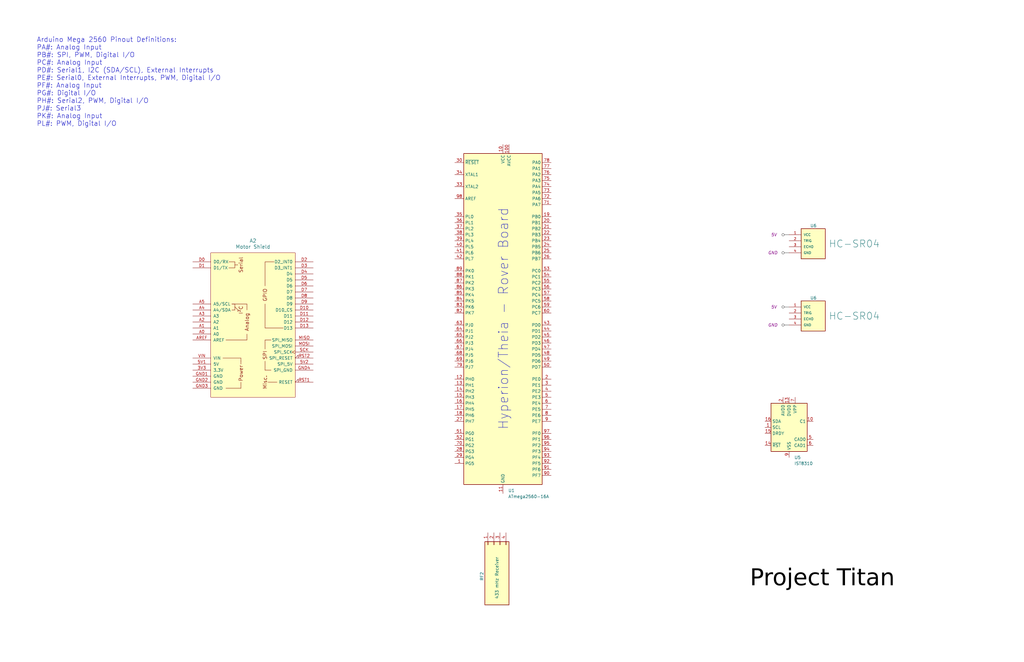
<source format=kicad_sch>
(kicad_sch (version 20230121) (generator eeschema)
  (paper "B")
  (lib_symbols
    (symbol "Connector_Generic_MountingPin:433_mHz_Receiver" (pin_names (offset 1.016) hide)
      (property "Reference" "J2" (at 11.43 5.08 0))
      (property "Value" "433 mHz Receiver" (at 5.08 -1.27 0))
      (symbol "433_mHz_Receiver_1_1"
        (rectangle (start -1.27 -4.953) (end 0 -5.207) (stroke (width 0.1524)))
        (rectangle (start -1.27 -2.413) (end 0 -2.667) (stroke (width 0.1524)))
        (rectangle (start -1.27 0.127) (end 0 -0.127) (stroke (width 0.1524)))
        (rectangle (start -1.27 2.667) (end 0 2.413) (stroke (width 0.1524)))
        (rectangle (start -1.27 3.81) (end 25.4 -6.35) (stroke (width 0.254)) (fill (type background)))
        (pin passive line (at -5.08 2.54 0) (length 3.81) (name "Pin_1") (number "1"))
        (pin passive line (at -5.08 0 0) (length 3.81) (name "Pin_2") (number "2"))
        (pin passive line (at -5.08 -2.54 0) (length 3.81) (name "Pin_3") (number "3"))
        (pin passive line (at -5.08 -5.08 0) (length 3.81) (name "Pin_4") (number "4"))
      )
    )
    (symbol "HC-SR04:HC-SR04" (pin_names (offset 1.016))
      (property "Reference" "U" (at 0 5.0813 0))
      (property "Value" "HC-SR04" (at 0 -10.163 0))
      (symbol "HC-SR04_0_0"
        (rectangle (start 0 -7.62) (end 10.16 5.08) (stroke (width 0.254)) (fill (type background)))
        (pin power_in line (at -5.08 2.54 0) (length 5.08) (name "VCC") (number "1"))
        (pin bidirectional line (at -5.08 0 0) (length 5.08) (name "TRIG") (number "2"))
        (pin bidirectional line (at -5.08 -2.54 0) (length 5.08) (name "ECHO") (number "3"))
        (pin power_in line (at -5.08 -5.08 0) (length 5.08) (name "GND") (number "4"))
      )
    )
    (symbol "MCU_Microchip_ATmega:ATmega2560-16A"
      (property "Reference" "U" (at 0 1.27 0))
      (property "Value" "ATmega2560-16A" (at 0 -1.27 0))
      (symbol "ATmega2560-16A_0_1"
        (rectangle (start -16.51 -69.85) (end 16.51 69.85) (stroke (width 0.254)) (fill (type background)))
      )
      (symbol "ATmega2560-16A_1_1"
        (pin bidirectional line (at -20.32 -60.96 0) (length 3.81) (name "PG5") (number "1"))
        (pin power_in line (at 0 73.66 270) (length 3.81) (name "VCC") (number "10"))
        (pin power_in line (at 2.54 73.66 270) (length 3.81) (name "AVCC") (number "100"))
        (pin power_in line (at 0 -73.66 90) (length 3.81) (name "GND") (number "11"))
        (pin bidirectional line (at -20.32 -25.4 0) (length 3.81) (name "PH0") (number "12"))
        (pin bidirectional line (at -20.32 -27.94 0) (length 3.81) (name "PH1") (number "13"))
        (pin bidirectional line (at -20.32 -30.48 0) (length 3.81) (name "PH2") (number "14"))
        (pin bidirectional line (at -20.32 -33.02 0) (length 3.81) (name "PH3") (number "15"))
        (pin bidirectional line (at -20.32 -35.56 0) (length 3.81) (name "PH4") (number "16"))
        (pin bidirectional line (at -20.32 -38.1 0) (length 3.81) (name "PH5") (number "17"))
        (pin bidirectional line (at -20.32 -40.64 0) (length 3.81) (name "PH6") (number "18"))
        (pin bidirectional line (at 20.32 43.18 180) (length 3.81) (name "PB0") (number "19"))
        (pin bidirectional line (at 20.32 -25.4 180) (length 3.81) (name "PE0") (number "2"))
        (pin bidirectional line (at 20.32 40.64 180) (length 3.81) (name "PB1") (number "20"))
        (pin bidirectional line (at 20.32 38.1 180) (length 3.81) (name "PB2") (number "21"))
        (pin bidirectional line (at 20.32 35.56 180) (length 3.81) (name "PB3") (number "22"))
        (pin bidirectional line (at 20.32 33.02 180) (length 3.81) (name "PB4") (number "23"))
        (pin bidirectional line (at 20.32 30.48 180) (length 3.81) (name "PB5") (number "24"))
        (pin bidirectional line (at 20.32 27.94 180) (length 3.81) (name "PB6") (number "25"))
        (pin bidirectional line (at 20.32 25.4 180) (length 3.81) (name "PB7") (number "26"))
        (pin bidirectional line (at -20.32 -43.18 0) (length 3.81) (name "PH7") (number "27"))
        (pin bidirectional line (at -20.32 -55.88 0) (length 3.81) (name "PG3") (number "28"))
        (pin bidirectional line (at -20.32 -58.42 0) (length 3.81) (name "PG4") (number "29"))
        (pin bidirectional line (at 20.32 -27.94 180) (length 3.81) (name "PE1") (number "3"))
        (pin input line (at -20.32 66.04 0) (length 3.81) (name "~{RESET}") (number "30"))
        (pin passive line (at 0 73.66 270) (length 3.81) hide (name "VCC") (number "31"))
        (pin passive line (at 0 -73.66 90) (length 3.81) hide (name "GND") (number "32"))
        (pin output line (at -20.32 55.88 0) (length 3.81) (name "XTAL2") (number "33"))
        (pin input line (at -20.32 60.96 0) (length 3.81) (name "XTAL1") (number "34"))
        (pin bidirectional line (at -20.32 43.18 0) (length 3.81) (name "PL0") (number "35"))
        (pin bidirectional line (at -20.32 40.64 0) (length 3.81) (name "PL1") (number "36"))
        (pin bidirectional line (at -20.32 38.1 0) (length 3.81) (name "PL2") (number "37"))
        (pin bidirectional line (at -20.32 35.56 0) (length 3.81) (name "PL3") (number "38"))
        (pin bidirectional line (at -20.32 33.02 0) (length 3.81) (name "PL4") (number "39"))
        (pin bidirectional line (at 20.32 -30.48 180) (length 3.81) (name "PE2") (number "4"))
        (pin bidirectional line (at -20.32 30.48 0) (length 3.81) (name "PL5") (number "40"))
        (pin bidirectional line (at -20.32 27.94 0) (length 3.81) (name "PL6") (number "41"))
        (pin bidirectional line (at -20.32 25.4 0) (length 3.81) (name "PL7") (number "42"))
        (pin bidirectional line (at 20.32 -2.54 180) (length 3.81) (name "PD0") (number "43"))
        (pin bidirectional line (at 20.32 -5.08 180) (length 3.81) (name "PD1") (number "44"))
        (pin bidirectional line (at 20.32 -7.62 180) (length 3.81) (name "PD2") (number "45"))
        (pin bidirectional line (at 20.32 -10.16 180) (length 3.81) (name "PD3") (number "46"))
        (pin bidirectional line (at 20.32 -12.7 180) (length 3.81) (name "PD4") (number "47"))
        (pin bidirectional line (at 20.32 -15.24 180) (length 3.81) (name "PD5") (number "48"))
        (pin bidirectional line (at 20.32 -17.78 180) (length 3.81) (name "PD6") (number "49"))
        (pin bidirectional line (at 20.32 -33.02 180) (length 3.81) (name "PE3") (number "5"))
        (pin bidirectional line (at 20.32 -20.32 180) (length 3.81) (name "PD7") (number "50"))
        (pin bidirectional line (at -20.32 -48.26 0) (length 3.81) (name "PG0") (number "51"))
        (pin bidirectional line (at -20.32 -50.8 0) (length 3.81) (name "PG1") (number "52"))
        (pin bidirectional line (at 20.32 20.32 180) (length 3.81) (name "PC0") (number "53"))
        (pin bidirectional line (at 20.32 17.78 180) (length 3.81) (name "PC1") (number "54"))
        (pin bidirectional line (at 20.32 15.24 180) (length 3.81) (name "PC2") (number "55"))
        (pin bidirectional line (at 20.32 12.7 180) (length 3.81) (name "PC3") (number "56"))
        (pin bidirectional line (at 20.32 10.16 180) (length 3.81) (name "PC4") (number "57"))
        (pin bidirectional line (at 20.32 7.62 180) (length 3.81) (name "PC5") (number "58"))
        (pin bidirectional line (at 20.32 5.08 180) (length 3.81) (name "PC6") (number "59"))
        (pin bidirectional line (at 20.32 -35.56 180) (length 3.81) (name "PE4") (number "6"))
        (pin bidirectional line (at 20.32 2.54 180) (length 3.81) (name "PC7") (number "60"))
        (pin passive line (at 0 73.66 270) (length 3.81) hide (name "VCC") (number "61"))
        (pin passive line (at 0 -73.66 90) (length 3.81) hide (name "GND") (number "62"))
        (pin bidirectional line (at -20.32 -2.54 0) (length 3.81) (name "PJ0") (number "63"))
        (pin bidirectional line (at -20.32 -5.08 0) (length 3.81) (name "PJ1") (number "64"))
        (pin bidirectional line (at -20.32 -7.62 0) (length 3.81) (name "PJ2") (number "65"))
        (pin bidirectional line (at -20.32 -10.16 0) (length 3.81) (name "PJ3") (number "66"))
        (pin bidirectional line (at -20.32 -12.7 0) (length 3.81) (name "PJ4") (number "67"))
        (pin bidirectional line (at -20.32 -15.24 0) (length 3.81) (name "PJ5") (number "68"))
        (pin bidirectional line (at -20.32 -17.78 0) (length 3.81) (name "PJ6") (number "69"))
        (pin bidirectional line (at 20.32 -38.1 180) (length 3.81) (name "PE5") (number "7"))
        (pin bidirectional line (at -20.32 -53.34 0) (length 3.81) (name "PG2") (number "70"))
        (pin bidirectional line (at 20.32 48.26 180) (length 3.81) (name "PA7") (number "71"))
        (pin bidirectional line (at 20.32 50.8 180) (length 3.81) (name "PA6") (number "72"))
        (pin bidirectional line (at 20.32 53.34 180) (length 3.81) (name "PA5") (number "73"))
        (pin bidirectional line (at 20.32 55.88 180) (length 3.81) (name "PA4") (number "74"))
        (pin bidirectional line (at 20.32 58.42 180) (length 3.81) (name "PA3") (number "75"))
        (pin bidirectional line (at 20.32 60.96 180) (length 3.81) (name "PA2") (number "76"))
        (pin bidirectional line (at 20.32 63.5 180) (length 3.81) (name "PA1") (number "77"))
        (pin bidirectional line (at 20.32 66.04 180) (length 3.81) (name "PA0") (number "78"))
        (pin bidirectional line (at -20.32 -20.32 0) (length 3.81) (name "PJ7") (number "79"))
        (pin bidirectional line (at 20.32 -40.64 180) (length 3.81) (name "PE6") (number "8"))
        (pin passive line (at 0 73.66 270) (length 3.81) hide (name "VCC") (number "80"))
        (pin passive line (at 0 -73.66 90) (length 3.81) hide (name "GND") (number "81"))
        (pin bidirectional line (at -20.32 2.54 0) (length 3.81) (name "PK7") (number "82"))
        (pin bidirectional line (at -20.32 5.08 0) (length 3.81) (name "PK6") (number "83"))
        (pin bidirectional line (at -20.32 7.62 0) (length 3.81) (name "PK5") (number "84"))
        (pin bidirectional line (at -20.32 10.16 0) (length 3.81) (name "PK4") (number "85"))
        (pin bidirectional line (at -20.32 12.7 0) (length 3.81) (name "PK3") (number "86"))
        (pin bidirectional line (at -20.32 15.24 0) (length 3.81) (name "PK2") (number "87"))
        (pin bidirectional line (at -20.32 17.78 0) (length 3.81) (name "PK1") (number "88"))
        (pin bidirectional line (at -20.32 20.32 0) (length 3.81) (name "PK0") (number "89"))
        (pin bidirectional line (at 20.32 -43.18 180) (length 3.81) (name "PE7") (number "9"))
        (pin bidirectional line (at 20.32 -66.04 180) (length 3.81) (name "PF7") (number "90"))
        (pin bidirectional line (at 20.32 -63.5 180) (length 3.81) (name "PF6") (number "91"))
        (pin bidirectional line (at 20.32 -60.96 180) (length 3.81) (name "PF5") (number "92"))
        (pin bidirectional line (at 20.32 -58.42 180) (length 3.81) (name "PF4") (number "93"))
        (pin bidirectional line (at 20.32 -55.88 180) (length 3.81) (name "PF3") (number "94"))
        (pin bidirectional line (at 20.32 -53.34 180) (length 3.81) (name "PF2") (number "95"))
        (pin bidirectional line (at 20.32 -50.8 180) (length 3.81) (name "PF1") (number "96"))
        (pin bidirectional line (at 20.32 -48.26 180) (length 3.81) (name "PF0") (number "97"))
        (pin passive line (at -20.32 50.8 0) (length 3.81) (name "AREF") (number "98"))
        (pin passive line (at 0 -73.66 90) (length 3.81) hide (name "GND") (number "99"))
      )
    )
    (symbol "Sensor_Magnetic:IST8310"
      (property "Reference" "U" (at -7.62 11.43 0))
      (property "Value" "IST8310" (at 10.16 11.43 0))
      (symbol "IST8310_0_1"
        (rectangle (start -7.62 10.16) (end 7.62 -10.16) (stroke (width 0.254)) (fill (type background)))
      )
      (symbol "IST8310_1_1"
        (pin input line (at -10.16 0 0) (length 2.54) (name "SCL") (number "1"))
        (pin passive line (at 10.16 2.54 180) (length 2.54) (name "C1") (number "10"))
        (pin passive line (at 0 -12.7 90) (length 2.54) hide (name "VSS") (number "11"))
        (pin no_connect line (at 7.62 7.62 180) (length 2.54) hide (name "NC") (number "12"))
        (pin power_in line (at 0 12.7 270) (length 2.54) (name "DVDD") (number "13"))
        (pin input line (at -10.16 -7.62 0) (length 2.54) (name "~{RST}") (number "14"))
        (pin output line (at -10.16 -2.54 0) (length 2.54) (name "DRDY") (number "15"))
        (pin bidirectional line (at -10.16 2.54 0) (length 2.54) (name "SDA") (number "16"))
        (pin power_in line (at -2.54 12.7 270) (length 2.54) (name "AVDD") (number "2"))
        (pin no_connect line (at -7.62 7.62 0) (length 2.54) hide (name "NC") (number "3"))
        (pin no_connect line (at -7.62 5.08 0) (length 2.54) hide (name "NC") (number "4"))
        (pin input line (at 10.16 -5.08 180) (length 2.54) (name "CAD0") (number "5"))
        (pin input line (at 10.16 -7.62 180) (length 2.54) (name "CAD1") (number "6"))
        (pin passive line (at 2.54 12.7 270) (length 2.54) (name "VPP") (number "7"))
        (pin no_connect line (at 7.62 5.08 180) (length 2.54) hide (name "NC") (number "8"))
        (pin power_in line (at 0 -12.7 90) (length 2.54) (name "VSS") (number "9"))
      )
    )
    (symbol "arduino-library:Arduino_Uno_R1_Shield" (pin_names (offset 1.016))
      (property "Reference" "A1" (at 0 35.56 0))
      (property "Value" "Motor Shield" (at 0 33.02 0))
      (symbol "Arduino_Uno_R1_Shield_0_0"
        (rectangle (start -17.78 30.48) (end 17.78 -30.48) (fill (type background)))
        (rectangle (start -12.7 -13.97) (end -5.08 -13.97))
        (rectangle (start -11.43 -26.67) (end -5.08 -26.67))
        (polyline (pts (xy -7.62 7.62) (xy -6.35 6.35)))
        (polyline (pts (xy -7.62 25.4) (xy -6.35 25.4)))
        (polyline (pts (xy -5.08 -26.67) (xy -5.08 -24.13)))
        (polyline (pts (xy -5.08 -15.24) (xy -5.08 -16.51)))
        (polyline (pts (xy -5.08 -13.97) (xy -5.08 -15.24)))
        (polyline (pts (xy -2.54 -3.81) (xy -2.54 -6.35) (xy -11.43 -6.35)))
        (polyline (pts (xy -2.54 6.35) (xy -2.54 8.89) (xy -8.89 8.89)))
        (polyline (pts (xy 5.08 8.89) (xy 5.08 -1.27) (xy 12.7 -1.27)))
        (polyline (pts (xy 5.08 16.51) (xy 5.08 26.67) (xy 8.89 26.67)))
        (polyline (pts (xy -10.16 26.67) (xy -7.62 26.67) (xy -7.62 24.13) (xy -10.16 24.13)))
        (polyline (pts (xy -8.89 8.89) (xy -7.62 8.89) (xy -7.62 6.35) (xy -8.89 6.35)))
        (rectangle (start 5.08 -19.05) (end 5.08 -15.24))
        (rectangle (start 5.08 -19.05) (end 7.62 -19.05))
        (rectangle (start 5.08 -10.16) (end 5.08 -6.35))
        (rectangle (start 6.35 -24.13) (end 10.16 -24.13))
        (rectangle (start 7.62 -6.35) (end 5.08 -6.35))
        (text "Analog" (at -2.54 1.27 900) (effects (font (size 1.524 1.524))))
        (text "I²C" (at -5.08 6.35 900) (effects (font (size 1.524 1.524))))
        (text "Misc." (at 5.08 -24.13 900) (effects (font (size 1.524 1.524))))
        (text "Power" (at -5.08 -20.32 900) (effects (font (size 1.524 1.524))))
        (text "Serial" (at -5.08 25.4 900) (effects (font (size 1.524 1.524))))
        (text "SPI" (at 5.08 -12.7 900) (effects (font (size 1.524 1.524))))
      )
      (symbol "Arduino_Uno_R1_Shield_1_0"
        (text "GPIO" (at 5.08 12.7 900) (effects (font (size 1.524 1.524))))
      )
      (symbol "Arduino_Uno_R1_Shield_1_1"
        (pin power_out line (at -25.4 -19.05 0) (length 7.62) (name "3.3V") (number "3V3"))
        (pin power_in line (at -25.4 -16.51 0) (length 7.62) (name "5V") (number "5V1"))
        (pin power_in line (at 25.4 -16.51 180) (length 7.62) (name "SPI_5V") (number "5V2"))
        (pin bidirectional line (at -25.4 -3.81 0) (length 7.62) (name "A0") (number "A0"))
        (pin bidirectional line (at -25.4 -1.27 0) (length 7.62) (name "A1") (number "A1"))
        (pin bidirectional line (at -25.4 1.27 0) (length 7.62) (name "A2") (number "A2"))
        (pin bidirectional line (at -25.4 3.81 0) (length 7.62) (name "A3") (number "A3"))
        (pin bidirectional line (at -25.4 6.35 0) (length 7.62) (name "A4/SDA") (number "A4"))
        (pin bidirectional line (at -25.4 8.89 0) (length 7.62) (name "A5/SCL") (number "A5"))
        (pin input line (at -25.4 -6.35 0) (length 7.62) (name "AREF") (number "AREF"))
        (pin bidirectional line (at -25.4 26.67 0) (length 7.62) (name "D0/RX") (number "D0"))
        (pin bidirectional line (at -25.4 24.13 0) (length 7.62) (name "D1/TX") (number "D1"))
        (pin bidirectional line (at 25.4 6.35 180) (length 7.62) (name "D10_CS") (number "D10"))
        (pin bidirectional line (at 25.4 3.81 180) (length 7.62) (name "D11") (number "D11"))
        (pin bidirectional line (at 25.4 1.27 180) (length 7.62) (name "D12") (number "D12"))
        (pin bidirectional line (at 25.4 -1.27 180) (length 7.62) (name "D13") (number "D13"))
        (pin bidirectional line (at 25.4 26.67 180) (length 7.62) (name "D2_INT0") (number "D2"))
        (pin bidirectional line (at 25.4 24.13 180) (length 7.62) (name "D3_INT1") (number "D3"))
        (pin bidirectional line (at 25.4 21.59 180) (length 7.62) (name "D4") (number "D4"))
        (pin bidirectional line (at 25.4 19.05 180) (length 7.62) (name "D5") (number "D5"))
        (pin bidirectional line (at 25.4 16.51 180) (length 7.62) (name "D6") (number "D6"))
        (pin bidirectional line (at 25.4 13.97 180) (length 7.62) (name "D7") (number "D7"))
        (pin bidirectional line (at 25.4 11.43 180) (length 7.62) (name "D8") (number "D8"))
        (pin bidirectional line (at 25.4 8.89 180) (length 7.62) (name "D9") (number "D9"))
        (pin power_in line (at -25.4 -21.59 0) (length 7.62) (name "GND") (number "GND1"))
        (pin power_in line (at -25.4 -24.13 0) (length 7.62) (name "GND") (number "GND2"))
        (pin power_in line (at -25.4 -26.67 0) (length 7.62) (name "GND") (number "GND3"))
        (pin power_in line (at 25.4 -19.05 180) (length 7.62) (name "SPI_GND") (number "GND4"))
        (pin input line (at 25.4 -6.35 180) (length 7.62) (name "SPI_MISO") (number "MISO"))
        (pin output line (at 25.4 -8.89 180) (length 7.62) (name "SPI_MOSI") (number "MOSI"))
        (pin open_collector input_low (at 25.4 -24.13 180) (length 7.62) (name "RESET") (number "RST1"))
        (pin open_collector input_low (at 25.4 -13.97 180) (length 7.62) (name "SPI_RESET") (number "RST2"))
        (pin output clock (at 25.4 -11.43 180) (length 7.62) (name "SPI_SCK") (number "SCK"))
        (pin power_in line (at -25.4 -13.97 0) (length 7.62) (name "VIN") (number "VIN"))
      )
    )
  )
  (text_box "Arduino Mega 2560 Pinout Definitions:\nPA#: Analog Input\nPB#: SPI, PWM, Digital I/O\nPC#: Analog Input\nPD#: Serial1, I2C (SDA/SCL), External Interrupts\nPE#: Serial0, External Interrupts, PWM, Digital I/O\nPF#: Analog Input\nPG#: Digital I/O\nPH#: Serial2, PWM, Digital I/O\nPJ#: Serial3\nPK#: Analog Input\nPL#: PWM, Digital I/O" (at 13.97 13.97 0) (size 82.55 31.75) (stroke (width -0.0001)) (effects (font (size 2 2)) (justify left top)))
  (text "Hyperion/Theia - Rover Board" (at 214.63 181.61 90) (effects (font (size 4 4)) (justify left bottom)))
  (text "Project Titan" (at 316.23 250.19 0) (effects (font (size 7 7)) (justify left bottom)))
  (netclass_flag "" (length 2.54) (shape round) (at 332.74 137.16 90) (property "GND" "GND" (at 323.85 137.16 0) (effects (font italic) (justify left))))
  (netclass_flag "" (length 2.54) (shape round) (at 332.74 99.06 90) (property "Power" "5V" (at 325.12 99.06 0) (effects (font italic) (justify left))))
  (netclass_flag "" (length 2.54) (shape round) (at 332.74 106.68 90) (property "GND" "GND" (at 323.85 106.68 0) (effects (font italic) (justify left))))
  (netclass_flag "" (length 2.54) (shape round) (at 332.74 129.54 90) (property "Power" "5V" (at 325.12 129.54 0) (effects (font italic) (justify left))))
  (symbol (lib_id "Connector_Generic_MountingPin:433_mHz_Receiver") (at 208.28 229.87 90) (mirror x) (unit 1)
    (property "Reference" "RF2" (at 203.2 241.3 0) (effects (justify left)))
    (property "Value" "433 mHz Receiver" (at 209.55 234.95 0) (effects (justify left)))
    (instances (project "Project Titan" (path "" (reference "RF2") (unit 1)) (path "" (reference "RF1") (unit 1))))
  )
  (symbol (lib_id "HC-SR04:HC-SR04") (at 337.82 101.6 0) (unit 1)
    (property "Reference" "U6" (at 341.63 95.25 0) (effects (justify left)))
    (property "Value" "HC-SR04" (at 349.25 102.87 0) (effects (font (size 3 3)) (justify left)))
    (property "Footprint" "HC-SR04:XCVR_HC-SR04" (effects hide))
    (property "SnapEDA_Link" "https://www.snapeda.com/parts/HC-SR04/SparkFun/view-part/?ref=snap" (effects hide))
    (property "Description" "\n                        \n                            HC-SR04 Ultrasonic Sensor Qwiic Platform Evaluation Expansion Board\n                        \n" (effects hide))
    (property "Package" "None" (effects hide))
    (property "Check_prices" "https://www.snapeda.com/parts/HC-SR04/SparkFun/view-part/?ref=eda" (effects hide))
    (property "MF" "SparkFun Electronics" (effects hide))
    (property "MP" "HC-SR04" (effects hide))
    (property "MANUFACTURER" "Osepp" (effects hide))
    (instances (project "Project Titan" (path "" (reference "U6") (unit 1)) (path "" (reference "U2") (unit 1))))
  )
  (symbol (lib_id "arduino-library:Arduino_Uno_R1_Shield") (at 106.68 137.16 0) (unit 1)
    (property "Reference" "A2" (at 106.68 101.6 0) (effects (font (size 1.524 1.524))))
    (property "Value" "Motor Shield" (at 106.68 104.14 0) (effects (font (size 1.524 1.524))))
    (property "Footprint" "PCM_arduino-library:Arduino_Uno_R2_Shield" (effects hide))
    (property "Datasheet" "https://startingelectronics.org/articles/arduino/uno-r3-r2-differences/" (effects hide))
    (instances (project "Project Titan" (path "" (reference "A2") (unit 1)) (path "" (reference "A1") (unit 1))))
  )
  (symbol (lib_id "Sensor_Magnetic:IST8310") (at 332.74 180.34 0) (unit 1)
    (property "Reference" "U5" (at 334.9341 193.04 0) (effects (justify left)))
    (property "Value" "IST8310" (at 334.9341 195.58 0) (effects (justify left)))
    (property "Footprint" "Package_LGA:LGA-16_3x3mm_P0.5mm" (effects hide))
    (property "Datasheet" "http://www.isentek.com/en/dlf.php?file=../ISENTEK/(201703-09)IST8310%20Datasheet%20v1.2_brief-105.09.20.pdf" (effects hide))
  )
  (symbol (lib_id "MCU_Microchip_ATmega:ATmega2560-16A") (at 212.09 134.62 0) (unit 1)
    (property "Reference" "U1" (at 214.2841 207.01 0) (effects (justify left)))
    (property "Value" "ATmega2560-16A" (at 214.2841 209.55 0) (effects (justify left)))
    (property "Footprint" "Package_QFP:TQFP-100_14x14mm_P0.5mm" (effects hide))
    (property "Datasheet" "http://ww1.microchip.com/downloads/en/DeviceDoc/Atmel-2549-8-bit-AVR-Microcontroller-ATmega640-1280-1281-2560-2561_datasheet.pdf" (effects hide))
  )
  (symbol (lib_id "HC-SR04:HC-SR04") (at 337.82 132.08 0) (unit 1)
    (property "Reference" "U6" (at 341.63 125.73 0) (effects (justify left)))
    (property "Value" "HC-SR04" (at 349.25 133.35 0) (effects (font (size 3 3)) (justify left)))
    (property "Footprint" "HC-SR04:XCVR_HC-SR04" (effects hide))
    (property "SnapEDA_Link" "https://www.snapeda.com/parts/HC-SR04/SparkFun/view-part/?ref=snap" (effects hide))
    (property "Description" "\n                        \n                            HC-SR04 Ultrasonic Sensor Qwiic Platform Evaluation Expansion Board\n                        \n" (effects hide))
    (property "Package" "None" (effects hide))
    (property "Check_prices" "https://www.snapeda.com/parts/HC-SR04/SparkFun/view-part/?ref=eda" (effects hide))
    (property "MF" "SparkFun Electronics" (effects hide))
    (property "MP" "HC-SR04" (effects hide))
    (property "MANUFACTURER" "Osepp" (effects hide))
    (instances (project "Project Titan" (path "" (reference "U6") (unit 1)) (path "" (reference "U3") (unit 1))))
  )
)
</source>
